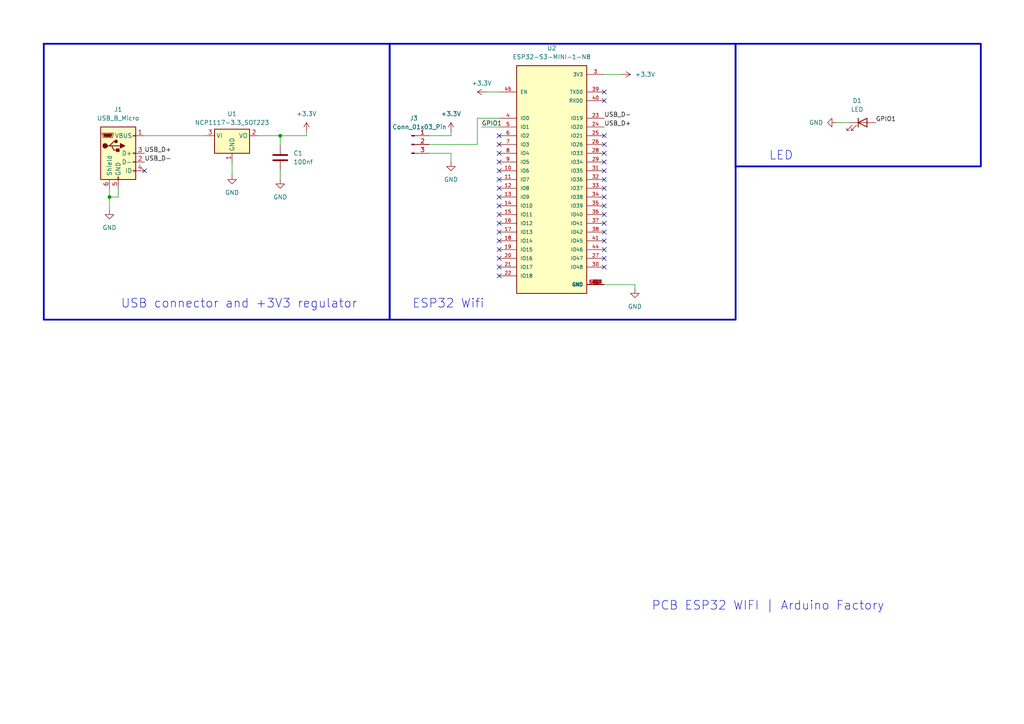
<source format=kicad_sch>
(kicad_sch
	(version 20231120)
	(generator "eeschema")
	(generator_version "8.0")
	(uuid "1bac8a9d-94b5-40e6-83a9-fb76b19d5c4b")
	(paper "A4")
	(lib_symbols
		(symbol "Connector:Conn_01x03_Pin"
			(pin_names
				(offset 1.016) hide)
			(exclude_from_sim no)
			(in_bom yes)
			(on_board yes)
			(property "Reference" "J"
				(at 0 5.08 0)
				(effects
					(font
						(size 1.27 1.27)
					)
				)
			)
			(property "Value" "Conn_01x03_Pin"
				(at 0 -5.08 0)
				(effects
					(font
						(size 1.27 1.27)
					)
				)
			)
			(property "Footprint" ""
				(at 0 0 0)
				(effects
					(font
						(size 1.27 1.27)
					)
					(hide yes)
				)
			)
			(property "Datasheet" "~"
				(at 0 0 0)
				(effects
					(font
						(size 1.27 1.27)
					)
					(hide yes)
				)
			)
			(property "Description" "Generic connector, single row, 01x03, script generated"
				(at 0 0 0)
				(effects
					(font
						(size 1.27 1.27)
					)
					(hide yes)
				)
			)
			(property "ki_locked" ""
				(at 0 0 0)
				(effects
					(font
						(size 1.27 1.27)
					)
				)
			)
			(property "ki_keywords" "connector"
				(at 0 0 0)
				(effects
					(font
						(size 1.27 1.27)
					)
					(hide yes)
				)
			)
			(property "ki_fp_filters" "Connector*:*_1x??_*"
				(at 0 0 0)
				(effects
					(font
						(size 1.27 1.27)
					)
					(hide yes)
				)
			)
			(symbol "Conn_01x03_Pin_1_1"
				(polyline
					(pts
						(xy 1.27 -2.54) (xy 0.8636 -2.54)
					)
					(stroke
						(width 0.1524)
						(type default)
					)
					(fill
						(type none)
					)
				)
				(polyline
					(pts
						(xy 1.27 0) (xy 0.8636 0)
					)
					(stroke
						(width 0.1524)
						(type default)
					)
					(fill
						(type none)
					)
				)
				(polyline
					(pts
						(xy 1.27 2.54) (xy 0.8636 2.54)
					)
					(stroke
						(width 0.1524)
						(type default)
					)
					(fill
						(type none)
					)
				)
				(rectangle
					(start 0.8636 -2.413)
					(end 0 -2.667)
					(stroke
						(width 0.1524)
						(type default)
					)
					(fill
						(type outline)
					)
				)
				(rectangle
					(start 0.8636 0.127)
					(end 0 -0.127)
					(stroke
						(width 0.1524)
						(type default)
					)
					(fill
						(type outline)
					)
				)
				(rectangle
					(start 0.8636 2.667)
					(end 0 2.413)
					(stroke
						(width 0.1524)
						(type default)
					)
					(fill
						(type outline)
					)
				)
				(pin passive line
					(at 5.08 2.54 180)
					(length 3.81)
					(name "Pin_1"
						(effects
							(font
								(size 1.27 1.27)
							)
						)
					)
					(number "1"
						(effects
							(font
								(size 1.27 1.27)
							)
						)
					)
				)
				(pin passive line
					(at 5.08 0 180)
					(length 3.81)
					(name "Pin_2"
						(effects
							(font
								(size 1.27 1.27)
							)
						)
					)
					(number "2"
						(effects
							(font
								(size 1.27 1.27)
							)
						)
					)
				)
				(pin passive line
					(at 5.08 -2.54 180)
					(length 3.81)
					(name "Pin_3"
						(effects
							(font
								(size 1.27 1.27)
							)
						)
					)
					(number "3"
						(effects
							(font
								(size 1.27 1.27)
							)
						)
					)
				)
			)
		)
		(symbol "Connector:USB_B_Micro"
			(pin_names
				(offset 1.016)
			)
			(exclude_from_sim no)
			(in_bom yes)
			(on_board yes)
			(property "Reference" "J"
				(at -5.08 11.43 0)
				(effects
					(font
						(size 1.27 1.27)
					)
					(justify left)
				)
			)
			(property "Value" "USB_B_Micro"
				(at -5.08 8.89 0)
				(effects
					(font
						(size 1.27 1.27)
					)
					(justify left)
				)
			)
			(property "Footprint" ""
				(at 3.81 -1.27 0)
				(effects
					(font
						(size 1.27 1.27)
					)
					(hide yes)
				)
			)
			(property "Datasheet" "~"
				(at 3.81 -1.27 0)
				(effects
					(font
						(size 1.27 1.27)
					)
					(hide yes)
				)
			)
			(property "Description" "USB Micro Type B connector"
				(at 0 0 0)
				(effects
					(font
						(size 1.27 1.27)
					)
					(hide yes)
				)
			)
			(property "ki_keywords" "connector USB micro"
				(at 0 0 0)
				(effects
					(font
						(size 1.27 1.27)
					)
					(hide yes)
				)
			)
			(property "ki_fp_filters" "USB*"
				(at 0 0 0)
				(effects
					(font
						(size 1.27 1.27)
					)
					(hide yes)
				)
			)
			(symbol "USB_B_Micro_0_1"
				(rectangle
					(start -5.08 -7.62)
					(end 5.08 7.62)
					(stroke
						(width 0.254)
						(type default)
					)
					(fill
						(type background)
					)
				)
				(circle
					(center -3.81 2.159)
					(radius 0.635)
					(stroke
						(width 0.254)
						(type default)
					)
					(fill
						(type outline)
					)
				)
				(circle
					(center -0.635 3.429)
					(radius 0.381)
					(stroke
						(width 0.254)
						(type default)
					)
					(fill
						(type outline)
					)
				)
				(rectangle
					(start -0.127 -7.62)
					(end 0.127 -6.858)
					(stroke
						(width 0)
						(type default)
					)
					(fill
						(type none)
					)
				)
				(polyline
					(pts
						(xy -1.905 2.159) (xy 0.635 2.159)
					)
					(stroke
						(width 0.254)
						(type default)
					)
					(fill
						(type none)
					)
				)
				(polyline
					(pts
						(xy -3.175 2.159) (xy -2.54 2.159) (xy -1.27 3.429) (xy -0.635 3.429)
					)
					(stroke
						(width 0.254)
						(type default)
					)
					(fill
						(type none)
					)
				)
				(polyline
					(pts
						(xy -2.54 2.159) (xy -1.905 2.159) (xy -1.27 0.889) (xy 0 0.889)
					)
					(stroke
						(width 0.254)
						(type default)
					)
					(fill
						(type none)
					)
				)
				(polyline
					(pts
						(xy 0.635 2.794) (xy 0.635 1.524) (xy 1.905 2.159) (xy 0.635 2.794)
					)
					(stroke
						(width 0.254)
						(type default)
					)
					(fill
						(type outline)
					)
				)
				(polyline
					(pts
						(xy -4.318 5.588) (xy -1.778 5.588) (xy -2.032 4.826) (xy -4.064 4.826) (xy -4.318 5.588)
					)
					(stroke
						(width 0)
						(type default)
					)
					(fill
						(type outline)
					)
				)
				(polyline
					(pts
						(xy -4.699 5.842) (xy -4.699 5.588) (xy -4.445 4.826) (xy -4.445 4.572) (xy -1.651 4.572) (xy -1.651 4.826)
						(xy -1.397 5.588) (xy -1.397 5.842) (xy -4.699 5.842)
					)
					(stroke
						(width 0)
						(type default)
					)
					(fill
						(type none)
					)
				)
				(rectangle
					(start 0.254 1.27)
					(end -0.508 0.508)
					(stroke
						(width 0.254)
						(type default)
					)
					(fill
						(type outline)
					)
				)
				(rectangle
					(start 5.08 -5.207)
					(end 4.318 -4.953)
					(stroke
						(width 0)
						(type default)
					)
					(fill
						(type none)
					)
				)
				(rectangle
					(start 5.08 -2.667)
					(end 4.318 -2.413)
					(stroke
						(width 0)
						(type default)
					)
					(fill
						(type none)
					)
				)
				(rectangle
					(start 5.08 -0.127)
					(end 4.318 0.127)
					(stroke
						(width 0)
						(type default)
					)
					(fill
						(type none)
					)
				)
				(rectangle
					(start 5.08 4.953)
					(end 4.318 5.207)
					(stroke
						(width 0)
						(type default)
					)
					(fill
						(type none)
					)
				)
			)
			(symbol "USB_B_Micro_1_1"
				(pin power_out line
					(at 7.62 5.08 180)
					(length 2.54)
					(name "VBUS"
						(effects
							(font
								(size 1.27 1.27)
							)
						)
					)
					(number "1"
						(effects
							(font
								(size 1.27 1.27)
							)
						)
					)
				)
				(pin bidirectional line
					(at 7.62 -2.54 180)
					(length 2.54)
					(name "D-"
						(effects
							(font
								(size 1.27 1.27)
							)
						)
					)
					(number "2"
						(effects
							(font
								(size 1.27 1.27)
							)
						)
					)
				)
				(pin bidirectional line
					(at 7.62 0 180)
					(length 2.54)
					(name "D+"
						(effects
							(font
								(size 1.27 1.27)
							)
						)
					)
					(number "3"
						(effects
							(font
								(size 1.27 1.27)
							)
						)
					)
				)
				(pin passive line
					(at 7.62 -5.08 180)
					(length 2.54)
					(name "ID"
						(effects
							(font
								(size 1.27 1.27)
							)
						)
					)
					(number "4"
						(effects
							(font
								(size 1.27 1.27)
							)
						)
					)
				)
				(pin power_out line
					(at 0 -10.16 90)
					(length 2.54)
					(name "GND"
						(effects
							(font
								(size 1.27 1.27)
							)
						)
					)
					(number "5"
						(effects
							(font
								(size 1.27 1.27)
							)
						)
					)
				)
				(pin passive line
					(at -2.54 -10.16 90)
					(length 2.54)
					(name "Shield"
						(effects
							(font
								(size 1.27 1.27)
							)
						)
					)
					(number "6"
						(effects
							(font
								(size 1.27 1.27)
							)
						)
					)
				)
			)
		)
		(symbol "Device:C"
			(pin_numbers hide)
			(pin_names
				(offset 0.254)
			)
			(exclude_from_sim no)
			(in_bom yes)
			(on_board yes)
			(property "Reference" "C"
				(at 0.635 2.54 0)
				(effects
					(font
						(size 1.27 1.27)
					)
					(justify left)
				)
			)
			(property "Value" "C"
				(at 0.635 -2.54 0)
				(effects
					(font
						(size 1.27 1.27)
					)
					(justify left)
				)
			)
			(property "Footprint" ""
				(at 0.9652 -3.81 0)
				(effects
					(font
						(size 1.27 1.27)
					)
					(hide yes)
				)
			)
			(property "Datasheet" "~"
				(at 0 0 0)
				(effects
					(font
						(size 1.27 1.27)
					)
					(hide yes)
				)
			)
			(property "Description" "Unpolarized capacitor"
				(at 0 0 0)
				(effects
					(font
						(size 1.27 1.27)
					)
					(hide yes)
				)
			)
			(property "ki_keywords" "cap capacitor"
				(at 0 0 0)
				(effects
					(font
						(size 1.27 1.27)
					)
					(hide yes)
				)
			)
			(property "ki_fp_filters" "C_*"
				(at 0 0 0)
				(effects
					(font
						(size 1.27 1.27)
					)
					(hide yes)
				)
			)
			(symbol "C_0_1"
				(polyline
					(pts
						(xy -2.032 -0.762) (xy 2.032 -0.762)
					)
					(stroke
						(width 0.508)
						(type default)
					)
					(fill
						(type none)
					)
				)
				(polyline
					(pts
						(xy -2.032 0.762) (xy 2.032 0.762)
					)
					(stroke
						(width 0.508)
						(type default)
					)
					(fill
						(type none)
					)
				)
			)
			(symbol "C_1_1"
				(pin passive line
					(at 0 3.81 270)
					(length 2.794)
					(name "~"
						(effects
							(font
								(size 1.27 1.27)
							)
						)
					)
					(number "1"
						(effects
							(font
								(size 1.27 1.27)
							)
						)
					)
				)
				(pin passive line
					(at 0 -3.81 90)
					(length 2.794)
					(name "~"
						(effects
							(font
								(size 1.27 1.27)
							)
						)
					)
					(number "2"
						(effects
							(font
								(size 1.27 1.27)
							)
						)
					)
				)
			)
		)
		(symbol "Device:LED"
			(pin_numbers hide)
			(pin_names
				(offset 1.016) hide)
			(exclude_from_sim no)
			(in_bom yes)
			(on_board yes)
			(property "Reference" "D"
				(at 0 2.54 0)
				(effects
					(font
						(size 1.27 1.27)
					)
				)
			)
			(property "Value" "LED"
				(at 0 -2.54 0)
				(effects
					(font
						(size 1.27 1.27)
					)
				)
			)
			(property "Footprint" ""
				(at 0 0 0)
				(effects
					(font
						(size 1.27 1.27)
					)
					(hide yes)
				)
			)
			(property "Datasheet" "~"
				(at 0 0 0)
				(effects
					(font
						(size 1.27 1.27)
					)
					(hide yes)
				)
			)
			(property "Description" "Light emitting diode"
				(at 0 0 0)
				(effects
					(font
						(size 1.27 1.27)
					)
					(hide yes)
				)
			)
			(property "ki_keywords" "LED diode"
				(at 0 0 0)
				(effects
					(font
						(size 1.27 1.27)
					)
					(hide yes)
				)
			)
			(property "ki_fp_filters" "LED* LED_SMD:* LED_THT:*"
				(at 0 0 0)
				(effects
					(font
						(size 1.27 1.27)
					)
					(hide yes)
				)
			)
			(symbol "LED_0_1"
				(polyline
					(pts
						(xy -1.27 -1.27) (xy -1.27 1.27)
					)
					(stroke
						(width 0.254)
						(type default)
					)
					(fill
						(type none)
					)
				)
				(polyline
					(pts
						(xy -1.27 0) (xy 1.27 0)
					)
					(stroke
						(width 0)
						(type default)
					)
					(fill
						(type none)
					)
				)
				(polyline
					(pts
						(xy 1.27 -1.27) (xy 1.27 1.27) (xy -1.27 0) (xy 1.27 -1.27)
					)
					(stroke
						(width 0.254)
						(type default)
					)
					(fill
						(type none)
					)
				)
				(polyline
					(pts
						(xy -3.048 -0.762) (xy -4.572 -2.286) (xy -3.81 -2.286) (xy -4.572 -2.286) (xy -4.572 -1.524)
					)
					(stroke
						(width 0)
						(type default)
					)
					(fill
						(type none)
					)
				)
				(polyline
					(pts
						(xy -1.778 -0.762) (xy -3.302 -2.286) (xy -2.54 -2.286) (xy -3.302 -2.286) (xy -3.302 -1.524)
					)
					(stroke
						(width 0)
						(type default)
					)
					(fill
						(type none)
					)
				)
			)
			(symbol "LED_1_1"
				(pin passive line
					(at -3.81 0 0)
					(length 2.54)
					(name "K"
						(effects
							(font
								(size 1.27 1.27)
							)
						)
					)
					(number "1"
						(effects
							(font
								(size 1.27 1.27)
							)
						)
					)
				)
				(pin passive line
					(at 3.81 0 180)
					(length 2.54)
					(name "A"
						(effects
							(font
								(size 1.27 1.27)
							)
						)
					)
					(number "2"
						(effects
							(font
								(size 1.27 1.27)
							)
						)
					)
				)
			)
		)
		(symbol "ESP32-S3-MINI-1-N8:ESP32-S3-MINI-1-N8"
			(pin_names
				(offset 1.016)
			)
			(exclude_from_sim no)
			(in_bom yes)
			(on_board yes)
			(property "Reference" "U"
				(at -10.16 34.29 0)
				(effects
					(font
						(size 1.27 1.27)
					)
					(justify left bottom)
				)
			)
			(property "Value" "ESP32-S3-MINI-1-N8"
				(at -10.16 -35.56 0)
				(effects
					(font
						(size 1.27 1.27)
					)
					(justify left bottom)
				)
			)
			(property "Footprint" "ESP32-S3-MINI-1-N8:XCVR_ESP32-S3-MINI-1-N8"
				(at 0 0 0)
				(effects
					(font
						(size 1.27 1.27)
					)
					(justify bottom)
					(hide yes)
				)
			)
			(property "Datasheet" ""
				(at 0 0 0)
				(effects
					(font
						(size 1.27 1.27)
					)
					(hide yes)
				)
			)
			(property "Description" ""
				(at 0 0 0)
				(effects
					(font
						(size 1.27 1.27)
					)
					(hide yes)
				)
			)
			(property "MF" "Espressif Systems"
				(at 0 0 0)
				(effects
					(font
						(size 1.27 1.27)
					)
					(justify bottom)
					(hide yes)
				)
			)
			(property "MAXIMUM_PACKAGE_HEIGHT" "2.55mm"
				(at 0 0 0)
				(effects
					(font
						(size 1.27 1.27)
					)
					(justify bottom)
					(hide yes)
				)
			)
			(property "Package" "None"
				(at 0 0 0)
				(effects
					(font
						(size 1.27 1.27)
					)
					(justify bottom)
					(hide yes)
				)
			)
			(property "Price" "None"
				(at 0 0 0)
				(effects
					(font
						(size 1.27 1.27)
					)
					(justify bottom)
					(hide yes)
				)
			)
			(property "Check_prices" "https://www.snapeda.com/parts/ESP32-S3-MINI-1-N8/Espressif+Systems/view-part/?ref=eda"
				(at 0 0 0)
				(effects
					(font
						(size 1.27 1.27)
					)
					(justify bottom)
					(hide yes)
				)
			)
			(property "STANDARD" "Manufacturer Recommendations"
				(at 0 0 0)
				(effects
					(font
						(size 1.27 1.27)
					)
					(justify bottom)
					(hide yes)
				)
			)
			(property "PARTREV" "v0.6"
				(at 0 0 0)
				(effects
					(font
						(size 1.27 1.27)
					)
					(justify bottom)
					(hide yes)
				)
			)
			(property "SnapEDA_Link" "https://www.snapeda.com/parts/ESP32-S3-MINI-1-N8/Espressif+Systems/view-part/?ref=snap"
				(at 0 0 0)
				(effects
					(font
						(size 1.27 1.27)
					)
					(justify bottom)
					(hide yes)
				)
			)
			(property "MP" "ESP32-S3-MINI-1-N8"
				(at 0 0 0)
				(effects
					(font
						(size 1.27 1.27)
					)
					(justify bottom)
					(hide yes)
				)
			)
			(property "Description_1" "\n                        \n                            Bluetooth, WiFi 802.11b/g/n, Bluetooth v5.0 Transceiver Module 2.4GHz PCB Trace Surface Mount\n                        \n"
				(at 0 0 0)
				(effects
					(font
						(size 1.27 1.27)
					)
					(justify bottom)
					(hide yes)
				)
			)
			(property "Availability" "In Stock"
				(at 0 0 0)
				(effects
					(font
						(size 1.27 1.27)
					)
					(justify bottom)
					(hide yes)
				)
			)
			(property "MANUFACTURER" "Espressif"
				(at 0 0 0)
				(effects
					(font
						(size 1.27 1.27)
					)
					(justify bottom)
					(hide yes)
				)
			)
			(symbol "ESP32-S3-MINI-1-N8_0_0"
				(rectangle
					(start -10.16 -33.02)
					(end 10.16 33.02)
					(stroke
						(width 0.254)
						(type default)
					)
					(fill
						(type background)
					)
				)
				(pin power_in line
					(at 15.24 -30.48 180)
					(length 5.08)
					(name "GND"
						(effects
							(font
								(size 1.016 1.016)
							)
						)
					)
					(number "1"
						(effects
							(font
								(size 1.016 1.016)
							)
						)
					)
				)
				(pin bidirectional line
					(at -15.24 2.54 0)
					(length 5.08)
					(name "IO6"
						(effects
							(font
								(size 1.016 1.016)
							)
						)
					)
					(number "10"
						(effects
							(font
								(size 1.016 1.016)
							)
						)
					)
				)
				(pin bidirectional line
					(at -15.24 0 0)
					(length 5.08)
					(name "IO7"
						(effects
							(font
								(size 1.016 1.016)
							)
						)
					)
					(number "11"
						(effects
							(font
								(size 1.016 1.016)
							)
						)
					)
				)
				(pin bidirectional line
					(at -15.24 -2.54 0)
					(length 5.08)
					(name "IO8"
						(effects
							(font
								(size 1.016 1.016)
							)
						)
					)
					(number "12"
						(effects
							(font
								(size 1.016 1.016)
							)
						)
					)
				)
				(pin bidirectional line
					(at -15.24 -5.08 0)
					(length 5.08)
					(name "IO9"
						(effects
							(font
								(size 1.016 1.016)
							)
						)
					)
					(number "13"
						(effects
							(font
								(size 1.016 1.016)
							)
						)
					)
				)
				(pin bidirectional line
					(at -15.24 -7.62 0)
					(length 5.08)
					(name "IO10"
						(effects
							(font
								(size 1.016 1.016)
							)
						)
					)
					(number "14"
						(effects
							(font
								(size 1.016 1.016)
							)
						)
					)
				)
				(pin bidirectional line
					(at -15.24 -10.16 0)
					(length 5.08)
					(name "IO11"
						(effects
							(font
								(size 1.016 1.016)
							)
						)
					)
					(number "15"
						(effects
							(font
								(size 1.016 1.016)
							)
						)
					)
				)
				(pin bidirectional line
					(at -15.24 -12.7 0)
					(length 5.08)
					(name "IO12"
						(effects
							(font
								(size 1.016 1.016)
							)
						)
					)
					(number "16"
						(effects
							(font
								(size 1.016 1.016)
							)
						)
					)
				)
				(pin bidirectional line
					(at -15.24 -15.24 0)
					(length 5.08)
					(name "IO13"
						(effects
							(font
								(size 1.016 1.016)
							)
						)
					)
					(number "17"
						(effects
							(font
								(size 1.016 1.016)
							)
						)
					)
				)
				(pin bidirectional line
					(at -15.24 -17.78 0)
					(length 5.08)
					(name "IO14"
						(effects
							(font
								(size 1.016 1.016)
							)
						)
					)
					(number "18"
						(effects
							(font
								(size 1.016 1.016)
							)
						)
					)
				)
				(pin bidirectional line
					(at -15.24 -20.32 0)
					(length 5.08)
					(name "IO15"
						(effects
							(font
								(size 1.016 1.016)
							)
						)
					)
					(number "19"
						(effects
							(font
								(size 1.016 1.016)
							)
						)
					)
				)
				(pin power_in line
					(at 15.24 -30.48 180)
					(length 5.08)
					(name "GND"
						(effects
							(font
								(size 1.016 1.016)
							)
						)
					)
					(number "2"
						(effects
							(font
								(size 1.016 1.016)
							)
						)
					)
				)
				(pin bidirectional line
					(at -15.24 -22.86 0)
					(length 5.08)
					(name "IO16"
						(effects
							(font
								(size 1.016 1.016)
							)
						)
					)
					(number "20"
						(effects
							(font
								(size 1.016 1.016)
							)
						)
					)
				)
				(pin bidirectional line
					(at -15.24 -25.4 0)
					(length 5.08)
					(name "IO17"
						(effects
							(font
								(size 1.016 1.016)
							)
						)
					)
					(number "21"
						(effects
							(font
								(size 1.016 1.016)
							)
						)
					)
				)
				(pin bidirectional line
					(at -15.24 -27.94 0)
					(length 5.08)
					(name "IO18"
						(effects
							(font
								(size 1.016 1.016)
							)
						)
					)
					(number "22"
						(effects
							(font
								(size 1.016 1.016)
							)
						)
					)
				)
				(pin bidirectional line
					(at 15.24 17.78 180)
					(length 5.08)
					(name "IO19"
						(effects
							(font
								(size 1.016 1.016)
							)
						)
					)
					(number "23"
						(effects
							(font
								(size 1.016 1.016)
							)
						)
					)
				)
				(pin bidirectional line
					(at 15.24 15.24 180)
					(length 5.08)
					(name "IO20"
						(effects
							(font
								(size 1.016 1.016)
							)
						)
					)
					(number "24"
						(effects
							(font
								(size 1.016 1.016)
							)
						)
					)
				)
				(pin bidirectional line
					(at 15.24 12.7 180)
					(length 5.08)
					(name "IO21"
						(effects
							(font
								(size 1.016 1.016)
							)
						)
					)
					(number "25"
						(effects
							(font
								(size 1.016 1.016)
							)
						)
					)
				)
				(pin bidirectional line
					(at 15.24 10.16 180)
					(length 5.08)
					(name "IO26"
						(effects
							(font
								(size 1.016 1.016)
							)
						)
					)
					(number "26"
						(effects
							(font
								(size 1.016 1.016)
							)
						)
					)
				)
				(pin bidirectional line
					(at 15.24 -22.86 180)
					(length 5.08)
					(name "IO47"
						(effects
							(font
								(size 1.016 1.016)
							)
						)
					)
					(number "27"
						(effects
							(font
								(size 1.016 1.016)
							)
						)
					)
				)
				(pin bidirectional line
					(at 15.24 7.62 180)
					(length 5.08)
					(name "IO33"
						(effects
							(font
								(size 1.016 1.016)
							)
						)
					)
					(number "28"
						(effects
							(font
								(size 1.016 1.016)
							)
						)
					)
				)
				(pin bidirectional line
					(at 15.24 5.08 180)
					(length 5.08)
					(name "IO34"
						(effects
							(font
								(size 1.016 1.016)
							)
						)
					)
					(number "29"
						(effects
							(font
								(size 1.016 1.016)
							)
						)
					)
				)
				(pin power_in line
					(at 15.24 30.48 180)
					(length 5.08)
					(name "3V3"
						(effects
							(font
								(size 1.016 1.016)
							)
						)
					)
					(number "3"
						(effects
							(font
								(size 1.016 1.016)
							)
						)
					)
				)
				(pin bidirectional line
					(at 15.24 -25.4 180)
					(length 5.08)
					(name "IO48"
						(effects
							(font
								(size 1.016 1.016)
							)
						)
					)
					(number "30"
						(effects
							(font
								(size 1.016 1.016)
							)
						)
					)
				)
				(pin bidirectional line
					(at 15.24 2.54 180)
					(length 5.08)
					(name "IO35"
						(effects
							(font
								(size 1.016 1.016)
							)
						)
					)
					(number "31"
						(effects
							(font
								(size 1.016 1.016)
							)
						)
					)
				)
				(pin bidirectional line
					(at 15.24 0 180)
					(length 5.08)
					(name "IO36"
						(effects
							(font
								(size 1.016 1.016)
							)
						)
					)
					(number "32"
						(effects
							(font
								(size 1.016 1.016)
							)
						)
					)
				)
				(pin bidirectional line
					(at 15.24 -2.54 180)
					(length 5.08)
					(name "IO37"
						(effects
							(font
								(size 1.016 1.016)
							)
						)
					)
					(number "33"
						(effects
							(font
								(size 1.016 1.016)
							)
						)
					)
				)
				(pin bidirectional line
					(at 15.24 -5.08 180)
					(length 5.08)
					(name "IO38"
						(effects
							(font
								(size 1.016 1.016)
							)
						)
					)
					(number "34"
						(effects
							(font
								(size 1.016 1.016)
							)
						)
					)
				)
				(pin bidirectional line
					(at 15.24 -7.62 180)
					(length 5.08)
					(name "IO39"
						(effects
							(font
								(size 1.016 1.016)
							)
						)
					)
					(number "35"
						(effects
							(font
								(size 1.016 1.016)
							)
						)
					)
				)
				(pin bidirectional line
					(at 15.24 -10.16 180)
					(length 5.08)
					(name "IO40"
						(effects
							(font
								(size 1.016 1.016)
							)
						)
					)
					(number "36"
						(effects
							(font
								(size 1.016 1.016)
							)
						)
					)
				)
				(pin bidirectional line
					(at 15.24 -12.7 180)
					(length 5.08)
					(name "IO41"
						(effects
							(font
								(size 1.016 1.016)
							)
						)
					)
					(number "37"
						(effects
							(font
								(size 1.016 1.016)
							)
						)
					)
				)
				(pin bidirectional line
					(at 15.24 -15.24 180)
					(length 5.08)
					(name "IO42"
						(effects
							(font
								(size 1.016 1.016)
							)
						)
					)
					(number "38"
						(effects
							(font
								(size 1.016 1.016)
							)
						)
					)
				)
				(pin bidirectional line
					(at 15.24 25.4 180)
					(length 5.08)
					(name "TXD0"
						(effects
							(font
								(size 1.016 1.016)
							)
						)
					)
					(number "39"
						(effects
							(font
								(size 1.016 1.016)
							)
						)
					)
				)
				(pin bidirectional line
					(at -15.24 17.78 0)
					(length 5.08)
					(name "IO0"
						(effects
							(font
								(size 1.016 1.016)
							)
						)
					)
					(number "4"
						(effects
							(font
								(size 1.016 1.016)
							)
						)
					)
				)
				(pin bidirectional line
					(at 15.24 22.86 180)
					(length 5.08)
					(name "RXD0"
						(effects
							(font
								(size 1.016 1.016)
							)
						)
					)
					(number "40"
						(effects
							(font
								(size 1.016 1.016)
							)
						)
					)
				)
				(pin bidirectional line
					(at 15.24 -17.78 180)
					(length 5.08)
					(name "IO45"
						(effects
							(font
								(size 1.016 1.016)
							)
						)
					)
					(number "41"
						(effects
							(font
								(size 1.016 1.016)
							)
						)
					)
				)
				(pin power_in line
					(at 15.24 -30.48 180)
					(length 5.08)
					(name "GND"
						(effects
							(font
								(size 1.016 1.016)
							)
						)
					)
					(number "42"
						(effects
							(font
								(size 1.016 1.016)
							)
						)
					)
				)
				(pin power_in line
					(at 15.24 -30.48 180)
					(length 5.08)
					(name "GND"
						(effects
							(font
								(size 1.016 1.016)
							)
						)
					)
					(number "43"
						(effects
							(font
								(size 1.016 1.016)
							)
						)
					)
				)
				(pin bidirectional line
					(at 15.24 -20.32 180)
					(length 5.08)
					(name "IO46"
						(effects
							(font
								(size 1.016 1.016)
							)
						)
					)
					(number "44"
						(effects
							(font
								(size 1.016 1.016)
							)
						)
					)
				)
				(pin input line
					(at -15.24 25.4 0)
					(length 5.08)
					(name "EN"
						(effects
							(font
								(size 1.016 1.016)
							)
						)
					)
					(number "45"
						(effects
							(font
								(size 1.016 1.016)
							)
						)
					)
				)
				(pin power_in line
					(at 15.24 -30.48 180)
					(length 5.08)
					(name "GND"
						(effects
							(font
								(size 1.016 1.016)
							)
						)
					)
					(number "46"
						(effects
							(font
								(size 1.016 1.016)
							)
						)
					)
				)
				(pin power_in line
					(at 15.24 -30.48 180)
					(length 5.08)
					(name "GND"
						(effects
							(font
								(size 1.016 1.016)
							)
						)
					)
					(number "47"
						(effects
							(font
								(size 1.016 1.016)
							)
						)
					)
				)
				(pin power_in line
					(at 15.24 -30.48 180)
					(length 5.08)
					(name "GND"
						(effects
							(font
								(size 1.016 1.016)
							)
						)
					)
					(number "48"
						(effects
							(font
								(size 1.016 1.016)
							)
						)
					)
				)
				(pin power_in line
					(at 15.24 -30.48 180)
					(length 5.08)
					(name "GND"
						(effects
							(font
								(size 1.016 1.016)
							)
						)
					)
					(number "49"
						(effects
							(font
								(size 1.016 1.016)
							)
						)
					)
				)
				(pin bidirectional line
					(at -15.24 15.24 0)
					(length 5.08)
					(name "IO1"
						(effects
							(font
								(size 1.016 1.016)
							)
						)
					)
					(number "5"
						(effects
							(font
								(size 1.016 1.016)
							)
						)
					)
				)
				(pin power_in line
					(at 15.24 -30.48 180)
					(length 5.08)
					(name "GND"
						(effects
							(font
								(size 1.016 1.016)
							)
						)
					)
					(number "50"
						(effects
							(font
								(size 1.016 1.016)
							)
						)
					)
				)
				(pin power_in line
					(at 15.24 -30.48 180)
					(length 5.08)
					(name "GND"
						(effects
							(font
								(size 1.016 1.016)
							)
						)
					)
					(number "51"
						(effects
							(font
								(size 1.016 1.016)
							)
						)
					)
				)
				(pin power_in line
					(at 15.24 -30.48 180)
					(length 5.08)
					(name "GND"
						(effects
							(font
								(size 1.016 1.016)
							)
						)
					)
					(number "52"
						(effects
							(font
								(size 1.016 1.016)
							)
						)
					)
				)
				(pin power_in line
					(at 15.24 -30.48 180)
					(length 5.08)
					(name "GND"
						(effects
							(font
								(size 1.016 1.016)
							)
						)
					)
					(number "53"
						(effects
							(font
								(size 1.016 1.016)
							)
						)
					)
				)
				(pin power_in line
					(at 15.24 -30.48 180)
					(length 5.08)
					(name "GND"
						(effects
							(font
								(size 1.016 1.016)
							)
						)
					)
					(number "54"
						(effects
							(font
								(size 1.016 1.016)
							)
						)
					)
				)
				(pin power_in line
					(at 15.24 -30.48 180)
					(length 5.08)
					(name "GND"
						(effects
							(font
								(size 1.016 1.016)
							)
						)
					)
					(number "55"
						(effects
							(font
								(size 1.016 1.016)
							)
						)
					)
				)
				(pin power_in line
					(at 15.24 -30.48 180)
					(length 5.08)
					(name "GND"
						(effects
							(font
								(size 1.016 1.016)
							)
						)
					)
					(number "56"
						(effects
							(font
								(size 1.016 1.016)
							)
						)
					)
				)
				(pin power_in line
					(at 15.24 -30.48 180)
					(length 5.08)
					(name "GND"
						(effects
							(font
								(size 1.016 1.016)
							)
						)
					)
					(number "57"
						(effects
							(font
								(size 1.016 1.016)
							)
						)
					)
				)
				(pin power_in line
					(at 15.24 -30.48 180)
					(length 5.08)
					(name "GND"
						(effects
							(font
								(size 1.016 1.016)
							)
						)
					)
					(number "58"
						(effects
							(font
								(size 1.016 1.016)
							)
						)
					)
				)
				(pin power_in line
					(at 15.24 -30.48 180)
					(length 5.08)
					(name "GND"
						(effects
							(font
								(size 1.016 1.016)
							)
						)
					)
					(number "59"
						(effects
							(font
								(size 1.016 1.016)
							)
						)
					)
				)
				(pin bidirectional line
					(at -15.24 12.7 0)
					(length 5.08)
					(name "IO2"
						(effects
							(font
								(size 1.016 1.016)
							)
						)
					)
					(number "6"
						(effects
							(font
								(size 1.016 1.016)
							)
						)
					)
				)
				(pin power_in line
					(at 15.24 -30.48 180)
					(length 5.08)
					(name "GND"
						(effects
							(font
								(size 1.016 1.016)
							)
						)
					)
					(number "60"
						(effects
							(font
								(size 1.016 1.016)
							)
						)
					)
				)
				(pin power_in line
					(at 15.24 -30.48 180)
					(length 5.08)
					(name "GND"
						(effects
							(font
								(size 1.016 1.016)
							)
						)
					)
					(number "61"
						(effects
							(font
								(size 1.016 1.016)
							)
						)
					)
				)
				(pin power_in line
					(at 15.24 -30.48 180)
					(length 5.08)
					(name "GND"
						(effects
							(font
								(size 1.016 1.016)
							)
						)
					)
					(number "61_1"
						(effects
							(font
								(size 1.016 1.016)
							)
						)
					)
				)
				(pin power_in line
					(at 15.24 -30.48 180)
					(length 5.08)
					(name "GND"
						(effects
							(font
								(size 1.016 1.016)
							)
						)
					)
					(number "61_2"
						(effects
							(font
								(size 1.016 1.016)
							)
						)
					)
				)
				(pin power_in line
					(at 15.24 -30.48 180)
					(length 5.08)
					(name "GND"
						(effects
							(font
								(size 1.016 1.016)
							)
						)
					)
					(number "61_3"
						(effects
							(font
								(size 1.016 1.016)
							)
						)
					)
				)
				(pin power_in line
					(at 15.24 -30.48 180)
					(length 5.08)
					(name "GND"
						(effects
							(font
								(size 1.016 1.016)
							)
						)
					)
					(number "61_4"
						(effects
							(font
								(size 1.016 1.016)
							)
						)
					)
				)
				(pin power_in line
					(at 15.24 -30.48 180)
					(length 5.08)
					(name "GND"
						(effects
							(font
								(size 1.016 1.016)
							)
						)
					)
					(number "61_5"
						(effects
							(font
								(size 1.016 1.016)
							)
						)
					)
				)
				(pin power_in line
					(at 15.24 -30.48 180)
					(length 5.08)
					(name "GND"
						(effects
							(font
								(size 1.016 1.016)
							)
						)
					)
					(number "61_6"
						(effects
							(font
								(size 1.016 1.016)
							)
						)
					)
				)
				(pin power_in line
					(at 15.24 -30.48 180)
					(length 5.08)
					(name "GND"
						(effects
							(font
								(size 1.016 1.016)
							)
						)
					)
					(number "61_7"
						(effects
							(font
								(size 1.016 1.016)
							)
						)
					)
				)
				(pin power_in line
					(at 15.24 -30.48 180)
					(length 5.08)
					(name "GND"
						(effects
							(font
								(size 1.016 1.016)
							)
						)
					)
					(number "61_8"
						(effects
							(font
								(size 1.016 1.016)
							)
						)
					)
				)
				(pin power_in line
					(at 15.24 -30.48 180)
					(length 5.08)
					(name "GND"
						(effects
							(font
								(size 1.016 1.016)
							)
						)
					)
					(number "62"
						(effects
							(font
								(size 1.016 1.016)
							)
						)
					)
				)
				(pin power_in line
					(at 15.24 -30.48 180)
					(length 5.08)
					(name "GND"
						(effects
							(font
								(size 1.016 1.016)
							)
						)
					)
					(number "63"
						(effects
							(font
								(size 1.016 1.016)
							)
						)
					)
				)
				(pin power_in line
					(at 15.24 -30.48 180)
					(length 5.08)
					(name "GND"
						(effects
							(font
								(size 1.016 1.016)
							)
						)
					)
					(number "64"
						(effects
							(font
								(size 1.016 1.016)
							)
						)
					)
				)
				(pin power_in line
					(at 15.24 -30.48 180)
					(length 5.08)
					(name "GND"
						(effects
							(font
								(size 1.016 1.016)
							)
						)
					)
					(number "65"
						(effects
							(font
								(size 1.016 1.016)
							)
						)
					)
				)
				(pin bidirectional line
					(at -15.24 10.16 0)
					(length 5.08)
					(name "IO3"
						(effects
							(font
								(size 1.016 1.016)
							)
						)
					)
					(number "7"
						(effects
							(font
								(size 1.016 1.016)
							)
						)
					)
				)
				(pin bidirectional line
					(at -15.24 7.62 0)
					(length 5.08)
					(name "IO4"
						(effects
							(font
								(size 1.016 1.016)
							)
						)
					)
					(number "8"
						(effects
							(font
								(size 1.016 1.016)
							)
						)
					)
				)
				(pin bidirectional line
					(at -15.24 5.08 0)
					(length 5.08)
					(name "IO5"
						(effects
							(font
								(size 1.016 1.016)
							)
						)
					)
					(number "9"
						(effects
							(font
								(size 1.016 1.016)
							)
						)
					)
				)
			)
		)
		(symbol "Regulator_Linear:NCP1117-3.3_SOT223"
			(exclude_from_sim no)
			(in_bom yes)
			(on_board yes)
			(property "Reference" "U"
				(at -3.81 3.175 0)
				(effects
					(font
						(size 1.27 1.27)
					)
				)
			)
			(property "Value" "NCP1117-3.3_SOT223"
				(at 0 3.175 0)
				(effects
					(font
						(size 1.27 1.27)
					)
					(justify left)
				)
			)
			(property "Footprint" "Package_TO_SOT_SMD:SOT-223-3_TabPin2"
				(at 0 5.08 0)
				(effects
					(font
						(size 1.27 1.27)
					)
					(hide yes)
				)
			)
			(property "Datasheet" "http://www.onsemi.com/pub_link/Collateral/NCP1117-D.PDF"
				(at 2.54 -6.35 0)
				(effects
					(font
						(size 1.27 1.27)
					)
					(hide yes)
				)
			)
			(property "Description" "1A Low drop-out regulator, Fixed Output 3.3V, SOT-223"
				(at 0 0 0)
				(effects
					(font
						(size 1.27 1.27)
					)
					(hide yes)
				)
			)
			(property "ki_keywords" "REGULATOR LDO 3.3V"
				(at 0 0 0)
				(effects
					(font
						(size 1.27 1.27)
					)
					(hide yes)
				)
			)
			(property "ki_fp_filters" "SOT?223*TabPin2*"
				(at 0 0 0)
				(effects
					(font
						(size 1.27 1.27)
					)
					(hide yes)
				)
			)
			(symbol "NCP1117-3.3_SOT223_0_1"
				(rectangle
					(start -5.08 -5.08)
					(end 5.08 1.905)
					(stroke
						(width 0.254)
						(type default)
					)
					(fill
						(type background)
					)
				)
			)
			(symbol "NCP1117-3.3_SOT223_1_1"
				(pin power_in line
					(at 0 -7.62 90)
					(length 2.54)
					(name "GND"
						(effects
							(font
								(size 1.27 1.27)
							)
						)
					)
					(number "1"
						(effects
							(font
								(size 1.27 1.27)
							)
						)
					)
				)
				(pin power_out line
					(at 7.62 0 180)
					(length 2.54)
					(name "VO"
						(effects
							(font
								(size 1.27 1.27)
							)
						)
					)
					(number "2"
						(effects
							(font
								(size 1.27 1.27)
							)
						)
					)
				)
				(pin power_in line
					(at -7.62 0 0)
					(length 2.54)
					(name "VI"
						(effects
							(font
								(size 1.27 1.27)
							)
						)
					)
					(number "3"
						(effects
							(font
								(size 1.27 1.27)
							)
						)
					)
				)
			)
		)
		(symbol "power:+3.3V"
			(power)
			(pin_numbers hide)
			(pin_names
				(offset 0) hide)
			(exclude_from_sim no)
			(in_bom yes)
			(on_board yes)
			(property "Reference" "#PWR"
				(at 0 -3.81 0)
				(effects
					(font
						(size 1.27 1.27)
					)
					(hide yes)
				)
			)
			(property "Value" "+3.3V"
				(at 0 3.556 0)
				(effects
					(font
						(size 1.27 1.27)
					)
				)
			)
			(property "Footprint" ""
				(at 0 0 0)
				(effects
					(font
						(size 1.27 1.27)
					)
					(hide yes)
				)
			)
			(property "Datasheet" ""
				(at 0 0 0)
				(effects
					(font
						(size 1.27 1.27)
					)
					(hide yes)
				)
			)
			(property "Description" "Power symbol creates a global label with name \"+3.3V\""
				(at 0 0 0)
				(effects
					(font
						(size 1.27 1.27)
					)
					(hide yes)
				)
			)
			(property "ki_keywords" "global power"
				(at 0 0 0)
				(effects
					(font
						(size 1.27 1.27)
					)
					(hide yes)
				)
			)
			(symbol "+3.3V_0_1"
				(polyline
					(pts
						(xy -0.762 1.27) (xy 0 2.54)
					)
					(stroke
						(width 0)
						(type default)
					)
					(fill
						(type none)
					)
				)
				(polyline
					(pts
						(xy 0 0) (xy 0 2.54)
					)
					(stroke
						(width 0)
						(type default)
					)
					(fill
						(type none)
					)
				)
				(polyline
					(pts
						(xy 0 2.54) (xy 0.762 1.27)
					)
					(stroke
						(width 0)
						(type default)
					)
					(fill
						(type none)
					)
				)
			)
			(symbol "+3.3V_1_1"
				(pin power_in line
					(at 0 0 90)
					(length 0)
					(name "~"
						(effects
							(font
								(size 1.27 1.27)
							)
						)
					)
					(number "1"
						(effects
							(font
								(size 1.27 1.27)
							)
						)
					)
				)
			)
		)
		(symbol "power:GND"
			(power)
			(pin_numbers hide)
			(pin_names
				(offset 0) hide)
			(exclude_from_sim no)
			(in_bom yes)
			(on_board yes)
			(property "Reference" "#PWR"
				(at 0 -6.35 0)
				(effects
					(font
						(size 1.27 1.27)
					)
					(hide yes)
				)
			)
			(property "Value" "GND"
				(at 0 -3.81 0)
				(effects
					(font
						(size 1.27 1.27)
					)
				)
			)
			(property "Footprint" ""
				(at 0 0 0)
				(effects
					(font
						(size 1.27 1.27)
					)
					(hide yes)
				)
			)
			(property "Datasheet" ""
				(at 0 0 0)
				(effects
					(font
						(size 1.27 1.27)
					)
					(hide yes)
				)
			)
			(property "Description" "Power symbol creates a global label with name \"GND\" , ground"
				(at 0 0 0)
				(effects
					(font
						(size 1.27 1.27)
					)
					(hide yes)
				)
			)
			(property "ki_keywords" "global power"
				(at 0 0 0)
				(effects
					(font
						(size 1.27 1.27)
					)
					(hide yes)
				)
			)
			(symbol "GND_0_1"
				(polyline
					(pts
						(xy 0 0) (xy 0 -1.27) (xy 1.27 -1.27) (xy 0 -2.54) (xy -1.27 -1.27) (xy 0 -1.27)
					)
					(stroke
						(width 0)
						(type default)
					)
					(fill
						(type none)
					)
				)
			)
			(symbol "GND_1_1"
				(pin power_in line
					(at 0 0 270)
					(length 0)
					(name "~"
						(effects
							(font
								(size 1.27 1.27)
							)
						)
					)
					(number "1"
						(effects
							(font
								(size 1.27 1.27)
							)
						)
					)
				)
			)
		)
	)
	(junction
		(at 31.75 57.15)
		(diameter 0)
		(color 0 0 0 0)
		(uuid "0d8865ca-f3f5-442e-bed5-5e4806f4e4e8")
	)
	(junction
		(at 81.28 39.37)
		(diameter 0)
		(color 0 0 0 0)
		(uuid "e1acc5c1-aba8-4b1d-a3c3-c53ba6781939")
	)
	(no_connect
		(at 144.78 67.31)
		(uuid "091c1ae9-e0b3-43b6-98b6-d79c3d4279d0")
	)
	(no_connect
		(at 144.78 64.77)
		(uuid "16ea4f5f-621f-4485-98e1-519e090c2384")
	)
	(no_connect
		(at 175.26 41.91)
		(uuid "1e8bd99d-eea6-48be-b97f-53b0c49591d5")
	)
	(no_connect
		(at 144.78 54.61)
		(uuid "212d15a0-0c9d-415e-9d34-f1449fb32cdc")
	)
	(no_connect
		(at 175.26 49.53)
		(uuid "3377cc8d-f5f1-4525-a188-6059cc0854bf")
	)
	(no_connect
		(at 175.26 67.31)
		(uuid "396577aa-9011-420e-9b90-1fd3a686bbed")
	)
	(no_connect
		(at 175.26 69.85)
		(uuid "3e8caa12-2530-466f-950c-ca73f940605c")
	)
	(no_connect
		(at 144.78 59.69)
		(uuid "3fa860cf-597f-4cea-8f96-274f34456b22")
	)
	(no_connect
		(at 175.26 44.45)
		(uuid "450f95b3-3e34-40b5-8eaf-c295191df132")
	)
	(no_connect
		(at 144.78 49.53)
		(uuid "45ee7fbf-9e2b-4900-8d1f-2796c29c44c2")
	)
	(no_connect
		(at 175.26 77.47)
		(uuid "596ab855-cbce-4e86-9456-57034fb539d9")
	)
	(no_connect
		(at 175.26 54.61)
		(uuid "5c1888cc-448a-4d9f-aae0-2533fae74f1f")
	)
	(no_connect
		(at 144.78 46.99)
		(uuid "5ccfb3ee-da16-4447-a29b-4a349236f218")
	)
	(no_connect
		(at 175.26 62.23)
		(uuid "64723001-6605-45e2-9b19-3e2f04149622")
	)
	(no_connect
		(at 144.78 39.37)
		(uuid "6a6dcc76-58b6-4abd-8f88-01b881107902")
	)
	(no_connect
		(at 175.26 72.39)
		(uuid "70fd61e3-315c-4996-a1f9-9ce00d347046")
	)
	(no_connect
		(at 144.78 57.15)
		(uuid "74bcd2d5-a1e5-4453-80a0-15f502342963")
	)
	(no_connect
		(at 144.78 77.47)
		(uuid "77e24537-63b5-4706-8fe4-b5d475d37852")
	)
	(no_connect
		(at 144.78 69.85)
		(uuid "7f89496e-a9fc-4a13-8f21-b4a9a617e3ab")
	)
	(no_connect
		(at 144.78 62.23)
		(uuid "89005b81-2e49-4d33-8055-41841c62a307")
	)
	(no_connect
		(at 144.78 72.39)
		(uuid "8a22b251-c44c-4365-9eb7-6315ac7ef0b3")
	)
	(no_connect
		(at 144.78 44.45)
		(uuid "933300c3-1cce-471f-9e53-b438bd8408e8")
	)
	(no_connect
		(at 175.26 74.93)
		(uuid "93c1bae9-9774-4edf-a2bc-a8e4667603b8")
	)
	(no_connect
		(at 144.78 80.01)
		(uuid "98f3a677-03cf-4f3c-ab7e-54aa26fddf5e")
	)
	(no_connect
		(at 175.26 57.15)
		(uuid "a7bf7471-a793-4b37-92b4-9a937f8a9468")
	)
	(no_connect
		(at 41.91 49.53)
		(uuid "abf7b249-97f2-4925-acb9-b18985e8f0ed")
	)
	(no_connect
		(at 144.78 52.07)
		(uuid "afc308e2-327b-4f21-ac86-508fc33adb25")
	)
	(no_connect
		(at 175.26 46.99)
		(uuid "b13c99bc-c716-46ee-adbf-062fcfe13592")
	)
	(no_connect
		(at 175.26 64.77)
		(uuid "b97a0333-4aca-427b-9fdb-effdaf341c31")
	)
	(no_connect
		(at 175.26 59.69)
		(uuid "c78cc972-dfde-4d71-afc0-ced2704b3b15")
	)
	(no_connect
		(at 175.26 39.37)
		(uuid "d05b71ff-8605-46ab-91c4-7b6f79929536")
	)
	(no_connect
		(at 144.78 41.91)
		(uuid "d2a9e6be-ef3e-459b-90a3-b914be027ec5")
	)
	(no_connect
		(at 175.26 29.21)
		(uuid "d2e4f337-9142-464a-8bbd-118b1948d21f")
	)
	(no_connect
		(at 175.26 26.67)
		(uuid "da96c2f1-8b07-455d-904b-e5bdd8f94055")
	)
	(no_connect
		(at 144.78 74.93)
		(uuid "e2b7e5cf-32e3-4bd9-bee7-1449339d307a")
	)
	(no_connect
		(at 175.26 52.07)
		(uuid "fd75995a-05eb-4bc8-97b2-59e1b72cc8dc")
	)
	(wire
		(pts
			(xy 140.97 26.67) (xy 144.78 26.67)
		)
		(stroke
			(width 0)
			(type default)
		)
		(uuid "005b6603-35b0-4887-9954-1a8bb818ffce")
	)
	(wire
		(pts
			(xy 175.26 21.59) (xy 180.34 21.59)
		)
		(stroke
			(width 0)
			(type default)
		)
		(uuid "0ba7b676-eac6-4dc6-86a8-7daadf133b61")
	)
	(wire
		(pts
			(xy 139.7 36.83) (xy 144.78 36.83)
		)
		(stroke
			(width 0)
			(type default)
		)
		(uuid "16533096-09a7-401b-9d86-d71008012267")
	)
	(wire
		(pts
			(xy 34.29 54.61) (xy 34.29 57.15)
		)
		(stroke
			(width 0)
			(type default)
		)
		(uuid "1b248b65-8566-42c9-b24d-b2c094974d55")
	)
	(wire
		(pts
			(xy 138.43 41.91) (xy 124.46 41.91)
		)
		(stroke
			(width 0)
			(type default)
		)
		(uuid "31fed2d7-d117-4b9d-a4a3-d7d05736a16e")
	)
	(wire
		(pts
			(xy 67.31 46.99) (xy 67.31 50.8)
		)
		(stroke
			(width 0)
			(type default)
		)
		(uuid "3341fd1f-f162-483f-aebd-56659d6f021c")
	)
	(wire
		(pts
			(xy 184.15 83.82) (xy 184.15 82.55)
		)
		(stroke
			(width 0)
			(type default)
		)
		(uuid "393b77ee-b3be-4350-9da2-cfb80f0282e5")
	)
	(wire
		(pts
			(xy 31.75 57.15) (xy 31.75 60.96)
		)
		(stroke
			(width 0)
			(type default)
		)
		(uuid "3bbdc5e5-606e-41bc-8024-e0ba627b0471")
	)
	(wire
		(pts
			(xy 138.43 41.91) (xy 138.43 34.29)
		)
		(stroke
			(width 0)
			(type default)
		)
		(uuid "3fe6a076-a7e6-4860-985f-bf7d12f601af")
	)
	(wire
		(pts
			(xy 242.57 35.56) (xy 246.38 35.56)
		)
		(stroke
			(width 0)
			(type default)
		)
		(uuid "4073faf6-cf16-4bbd-96bd-8715111cd323")
	)
	(wire
		(pts
			(xy 31.75 54.61) (xy 31.75 57.15)
		)
		(stroke
			(width 0)
			(type default)
		)
		(uuid "533dcb45-22d2-41d8-bc2b-0f9e6ec17125")
	)
	(wire
		(pts
			(xy 81.28 49.53) (xy 81.28 52.07)
		)
		(stroke
			(width 0)
			(type default)
		)
		(uuid "54a89fb8-7556-4236-a4c7-0bc65e55cc55")
	)
	(wire
		(pts
			(xy 88.9 39.37) (xy 88.9 38.1)
		)
		(stroke
			(width 0)
			(type default)
		)
		(uuid "585bb5ca-9701-46af-8a56-6c3e66548df8")
	)
	(wire
		(pts
			(xy 130.81 46.99) (xy 130.81 44.45)
		)
		(stroke
			(width 0)
			(type default)
		)
		(uuid "6e51b8e7-7515-4534-92ae-ad4c76e5b700")
	)
	(wire
		(pts
			(xy 74.93 39.37) (xy 81.28 39.37)
		)
		(stroke
			(width 0)
			(type default)
		)
		(uuid "70473c92-323f-4c10-9b2d-7870adc6b02b")
	)
	(wire
		(pts
			(xy 41.91 39.37) (xy 59.69 39.37)
		)
		(stroke
			(width 0)
			(type default)
		)
		(uuid "7e976f5e-aff5-4c0c-9511-6936f6bd68e5")
	)
	(wire
		(pts
			(xy 130.81 44.45) (xy 124.46 44.45)
		)
		(stroke
			(width 0)
			(type default)
		)
		(uuid "92851dfc-bb9c-400c-a69d-1f52b357be51")
	)
	(wire
		(pts
			(xy 81.28 39.37) (xy 81.28 41.91)
		)
		(stroke
			(width 0)
			(type default)
		)
		(uuid "96938630-1203-4f74-bab7-dd7d20fe9594")
	)
	(wire
		(pts
			(xy 175.26 82.55) (xy 184.15 82.55)
		)
		(stroke
			(width 0)
			(type default)
		)
		(uuid "9b24d583-3c01-437f-88e5-9332ea4c3e61")
	)
	(wire
		(pts
			(xy 138.43 34.29) (xy 144.78 34.29)
		)
		(stroke
			(width 0)
			(type default)
		)
		(uuid "a4899a22-cdc4-4d5d-9658-9cf87455e0f1")
	)
	(wire
		(pts
			(xy 130.81 38.1) (xy 130.81 39.37)
		)
		(stroke
			(width 0)
			(type default)
		)
		(uuid "a9036158-a3e4-4e79-af4b-0636ab3b1f70")
	)
	(wire
		(pts
			(xy 81.28 39.37) (xy 88.9 39.37)
		)
		(stroke
			(width 0)
			(type default)
		)
		(uuid "ae13764e-91af-442f-ab44-4c62ba589c14")
	)
	(wire
		(pts
			(xy 124.46 39.37) (xy 130.81 39.37)
		)
		(stroke
			(width 0)
			(type default)
		)
		(uuid "c90d7cea-31dc-49d9-a76e-a64ef20047f5")
	)
	(wire
		(pts
			(xy 34.29 57.15) (xy 31.75 57.15)
		)
		(stroke
			(width 0)
			(type default)
		)
		(uuid "f1d2bfd2-168f-4835-ab6e-a10cae1e6cd8")
	)
	(rectangle
		(start 213.36 12.7)
		(end 284.48 48.26)
		(stroke
			(width 0.508)
			(type default)
		)
		(fill
			(type none)
		)
		(uuid 332a62e6-6293-4a55-8245-5d9cc8a0c0ec)
	)
	(rectangle
		(start 113.03 12.7)
		(end 213.36 92.71)
		(stroke
			(width 0.508)
			(type default)
		)
		(fill
			(type none)
		)
		(uuid 4b238fc3-ba26-4d13-af5a-e53d351152ca)
	)
	(rectangle
		(start 12.7 12.7)
		(end 113.03 92.71)
		(stroke
			(width 0.508)
			(type default)
		)
		(fill
			(type none)
		)
		(uuid 5150a446-7868-4c42-981f-5388d4977d9c)
	)
	(text "LED\n"
		(exclude_from_sim no)
		(at 226.568 45.212 0)
		(effects
			(font
				(size 2.54 2.54)
			)
		)
		(uuid "0a9a59e7-8f31-4a5b-9c94-36e90b44f009")
	)
	(text "USB connector and +3V3 regulator"
		(exclude_from_sim no)
		(at 69.342 88.138 0)
		(effects
			(font
				(size 2.54 2.54)
			)
		)
		(uuid "3f1fe9fb-2f92-4904-8189-71e8ae5b1186")
	)
	(text "ESP32 Wifi\n"
		(exclude_from_sim no)
		(at 130.048 88.138 0)
		(effects
			(font
				(size 2.54 2.54)
			)
		)
		(uuid "aad84c10-361a-43fb-bd15-5754dee8bb20")
	)
	(text "PCB ESP32 WIFI | Arduino Factory"
		(exclude_from_sim no)
		(at 222.758 175.768 0)
		(effects
			(font
				(size 2.54 2.54)
			)
		)
		(uuid "bcc2d3f5-ddf9-4c5c-81ea-f64d27cc9a7d")
	)
	(label "GPIO1"
		(at 139.7 36.83 0)
		(fields_autoplaced yes)
		(effects
			(font
				(size 1.27 1.27)
			)
			(justify left bottom)
		)
		(uuid "0e1b40da-9a21-4bd0-840b-5a56505e9cc9")
	)
	(label "USB_D-"
		(at 175.26 34.29 0)
		(fields_autoplaced yes)
		(effects
			(font
				(size 1.27 1.27)
			)
			(justify left bottom)
		)
		(uuid "1560f704-640d-4c9a-9413-7dd6ad028267")
	)
	(label "USB_D-"
		(at 41.91 46.99 0)
		(fields_autoplaced yes)
		(effects
			(font
				(size 1.27 1.27)
			)
			(justify left bottom)
		)
		(uuid "3b56b49e-6745-4bca-82b8-336afe34d898")
	)
	(label "USB_D+"
		(at 41.91 44.45 0)
		(fields_autoplaced yes)
		(effects
			(font
				(size 1.27 1.27)
			)
			(justify left bottom)
		)
		(uuid "59d1002f-d999-4f6f-8f2e-646b07bd9fb6")
	)
	(label "USB_D+"
		(at 175.26 36.83 0)
		(fields_autoplaced yes)
		(effects
			(font
				(size 1.27 1.27)
			)
			(justify left bottom)
		)
		(uuid "8f443fd2-0300-4543-afd5-f8e8d4f4a33b")
	)
	(label "GPIO1"
		(at 254 35.56 0)
		(fields_autoplaced yes)
		(effects
			(font
				(size 1.27 1.27)
			)
			(justify left bottom)
		)
		(uuid "a2037420-59cc-4448-89f9-fb05979a11ba")
	)
	(symbol
		(lib_id "power:+3.3V")
		(at 140.97 26.67 90)
		(unit 1)
		(exclude_from_sim no)
		(in_bom yes)
		(on_board yes)
		(dnp no)
		(fields_autoplaced yes)
		(uuid "09830302-4bfa-415f-af49-d872b5f7debc")
		(property "Reference" "#PWR07"
			(at 144.78 26.67 0)
			(effects
				(font
					(size 1.27 1.27)
				)
				(hide yes)
			)
		)
		(property "Value" "+3.3V"
			(at 139.7 24.13 90)
			(effects
				(font
					(size 1.27 1.27)
				)
			)
		)
		(property "Footprint" ""
			(at 140.97 26.67 0)
			(effects
				(font
					(size 1.27 1.27)
				)
				(hide yes)
			)
		)
		(property "Datasheet" ""
			(at 140.97 26.67 0)
			(effects
				(font
					(size 1.27 1.27)
				)
				(hide yes)
			)
		)
		(property "Description" "Power symbol creates a global label with name \"+3.3V\""
			(at 140.97 26.67 0)
			(effects
				(font
					(size 1.27 1.27)
				)
				(hide yes)
			)
		)
		(pin "1"
			(uuid "07e6957e-4eaa-4e0e-a28c-231cc0826d54")
		)
		(instances
			(project "Esp32_projet"
				(path "/1bac8a9d-94b5-40e6-83a9-fb76b19d5c4b"
					(reference "#PWR07")
					(unit 1)
				)
			)
		)
	)
	(symbol
		(lib_id "power:GND")
		(at 130.81 46.99 0)
		(unit 1)
		(exclude_from_sim no)
		(in_bom yes)
		(on_board yes)
		(dnp no)
		(fields_autoplaced yes)
		(uuid "1011db3f-7a7e-4344-9efb-13b42e70d9ac")
		(property "Reference" "#PWR09"
			(at 130.81 53.34 0)
			(effects
				(font
					(size 1.27 1.27)
				)
				(hide yes)
			)
		)
		(property "Value" "GND"
			(at 130.81 52.07 0)
			(effects
				(font
					(size 1.27 1.27)
				)
			)
		)
		(property "Footprint" ""
			(at 130.81 46.99 0)
			(effects
				(font
					(size 1.27 1.27)
				)
				(hide yes)
			)
		)
		(property "Datasheet" ""
			(at 130.81 46.99 0)
			(effects
				(font
					(size 1.27 1.27)
				)
				(hide yes)
			)
		)
		(property "Description" "Power symbol creates a global label with name \"GND\" , ground"
			(at 130.81 46.99 0)
			(effects
				(font
					(size 1.27 1.27)
				)
				(hide yes)
			)
		)
		(pin "1"
			(uuid "2498cfdc-f5a6-4017-b116-92a82db91d59")
		)
		(instances
			(project ""
				(path "/1bac8a9d-94b5-40e6-83a9-fb76b19d5c4b"
					(reference "#PWR09")
					(unit 1)
				)
			)
		)
	)
	(symbol
		(lib_id "power:GND")
		(at 242.57 35.56 270)
		(unit 1)
		(exclude_from_sim no)
		(in_bom yes)
		(on_board yes)
		(dnp no)
		(fields_autoplaced yes)
		(uuid "16c81691-52f2-4543-b25b-c7fca95e1940")
		(property "Reference" "#PWR011"
			(at 236.22 35.56 0)
			(effects
				(font
					(size 1.27 1.27)
				)
				(hide yes)
			)
		)
		(property "Value" "GND"
			(at 238.76 35.5599 90)
			(effects
				(font
					(size 1.27 1.27)
				)
				(justify right)
			)
		)
		(property "Footprint" ""
			(at 242.57 35.56 0)
			(effects
				(font
					(size 1.27 1.27)
				)
				(hide yes)
			)
		)
		(property "Datasheet" ""
			(at 242.57 35.56 0)
			(effects
				(font
					(size 1.27 1.27)
				)
				(hide yes)
			)
		)
		(property "Description" "Power symbol creates a global label with name \"GND\" , ground"
			(at 242.57 35.56 0)
			(effects
				(font
					(size 1.27 1.27)
				)
				(hide yes)
			)
		)
		(pin "1"
			(uuid "6ad8a42b-4f06-4371-bccb-74d058a8a2f3")
		)
		(instances
			(project "Esp32_projet"
				(path "/1bac8a9d-94b5-40e6-83a9-fb76b19d5c4b"
					(reference "#PWR011")
					(unit 1)
				)
			)
		)
	)
	(symbol
		(lib_id "power:GND")
		(at 184.15 83.82 0)
		(unit 1)
		(exclude_from_sim no)
		(in_bom yes)
		(on_board yes)
		(dnp no)
		(fields_autoplaced yes)
		(uuid "285b6b03-2a09-4abf-97a8-556ce47113eb")
		(property "Reference" "#PWR06"
			(at 184.15 90.17 0)
			(effects
				(font
					(size 1.27 1.27)
				)
				(hide yes)
			)
		)
		(property "Value" "GND"
			(at 184.15 88.9 0)
			(effects
				(font
					(size 1.27 1.27)
				)
			)
		)
		(property "Footprint" ""
			(at 184.15 83.82 0)
			(effects
				(font
					(size 1.27 1.27)
				)
				(hide yes)
			)
		)
		(property "Datasheet" ""
			(at 184.15 83.82 0)
			(effects
				(font
					(size 1.27 1.27)
				)
				(hide yes)
			)
		)
		(property "Description" "Power symbol creates a global label with name \"GND\" , ground"
			(at 184.15 83.82 0)
			(effects
				(font
					(size 1.27 1.27)
				)
				(hide yes)
			)
		)
		(pin "1"
			(uuid "3cae7644-5955-4316-aa31-162a6790479e")
		)
		(instances
			(project "Esp32_projet"
				(path "/1bac8a9d-94b5-40e6-83a9-fb76b19d5c4b"
					(reference "#PWR06")
					(unit 1)
				)
			)
		)
	)
	(symbol
		(lib_id "Regulator_Linear:NCP1117-3.3_SOT223")
		(at 67.31 39.37 0)
		(unit 1)
		(exclude_from_sim no)
		(in_bom yes)
		(on_board yes)
		(dnp no)
		(fields_autoplaced yes)
		(uuid "37cf2abd-6a74-4c39-b1ab-f023332d8639")
		(property "Reference" "U1"
			(at 67.31 33.02 0)
			(effects
				(font
					(size 1.27 1.27)
				)
			)
		)
		(property "Value" "NCP1117-3.3_SOT223"
			(at 67.31 35.56 0)
			(effects
				(font
					(size 1.27 1.27)
				)
			)
		)
		(property "Footprint" "Package_TO_SOT_SMD:SOT-223-3_TabPin2"
			(at 67.31 34.29 0)
			(effects
				(font
					(size 1.27 1.27)
				)
				(hide yes)
			)
		)
		(property "Datasheet" "http://www.onsemi.com/pub_link/Collateral/NCP1117-D.PDF"
			(at 69.85 45.72 0)
			(effects
				(font
					(size 1.27 1.27)
				)
				(hide yes)
			)
		)
		(property "Description" "1A Low drop-out regulator, Fixed Output 3.3V, SOT-223"
			(at 67.31 39.37 0)
			(effects
				(font
					(size 1.27 1.27)
				)
				(hide yes)
			)
		)
		(pin "3"
			(uuid "ff0d7ead-e674-40f6-85eb-ae923a7025c4")
		)
		(pin "1"
			(uuid "6ee84052-e24b-43fb-8383-4cdd79c9dbb5")
		)
		(pin "2"
			(uuid "eadb7a44-7f39-4b03-823b-4a07f723f2b5")
		)
		(instances
			(project ""
				(path "/1bac8a9d-94b5-40e6-83a9-fb76b19d5c4b"
					(reference "U1")
					(unit 1)
				)
			)
		)
	)
	(symbol
		(lib_id "power:GND")
		(at 31.75 60.96 0)
		(unit 1)
		(exclude_from_sim no)
		(in_bom yes)
		(on_board yes)
		(dnp no)
		(fields_autoplaced yes)
		(uuid "50dac6fa-d12b-4d77-b09b-20a0c3663d81")
		(property "Reference" "#PWR01"
			(at 31.75 67.31 0)
			(effects
				(font
					(size 1.27 1.27)
				)
				(hide yes)
			)
		)
		(property "Value" "GND"
			(at 31.75 66.04 0)
			(effects
				(font
					(size 1.27 1.27)
				)
			)
		)
		(property "Footprint" ""
			(at 31.75 60.96 0)
			(effects
				(font
					(size 1.27 1.27)
				)
				(hide yes)
			)
		)
		(property "Datasheet" ""
			(at 31.75 60.96 0)
			(effects
				(font
					(size 1.27 1.27)
				)
				(hide yes)
			)
		)
		(property "Description" "Power symbol creates a global label with name \"GND\" , ground"
			(at 31.75 60.96 0)
			(effects
				(font
					(size 1.27 1.27)
				)
				(hide yes)
			)
		)
		(pin "1"
			(uuid "cef02d4e-ba74-4ee5-b76f-67bf0916328b")
		)
		(instances
			(project ""
				(path "/1bac8a9d-94b5-40e6-83a9-fb76b19d5c4b"
					(reference "#PWR01")
					(unit 1)
				)
			)
		)
	)
	(symbol
		(lib_id "Connector:USB_B_Micro")
		(at 34.29 44.45 0)
		(unit 1)
		(exclude_from_sim no)
		(in_bom yes)
		(on_board yes)
		(dnp no)
		(fields_autoplaced yes)
		(uuid "60d9b349-b0d0-462e-9db7-8f59695cc04f")
		(property "Reference" "J1"
			(at 34.29 31.75 0)
			(effects
				(font
					(size 1.27 1.27)
				)
			)
		)
		(property "Value" "USB_B_Micro"
			(at 34.29 34.29 0)
			(effects
				(font
					(size 1.27 1.27)
				)
			)
		)
		(property "Footprint" "Connector_USB:USB_Micro-B_Amphenol_10103594-0001LF_Horizontal"
			(at 38.1 45.72 0)
			(effects
				(font
					(size 1.27 1.27)
				)
				(hide yes)
			)
		)
		(property "Datasheet" "~"
			(at 38.1 45.72 0)
			(effects
				(font
					(size 1.27 1.27)
				)
				(hide yes)
			)
		)
		(property "Description" "USB Micro Type B connector"
			(at 34.29 44.45 0)
			(effects
				(font
					(size 1.27 1.27)
				)
				(hide yes)
			)
		)
		(pin "3"
			(uuid "26c32530-a2e3-4050-bf50-0d77089ed461")
		)
		(pin "6"
			(uuid "22ff454f-08f2-41e2-8f07-c190a3ac4b63")
		)
		(pin "1"
			(uuid "b557f7a5-759c-4449-8cc7-df864886119e")
		)
		(pin "4"
			(uuid "58060ef3-6948-40cd-b0fb-de734515cc5d")
		)
		(pin "5"
			(uuid "4e025a94-45b5-4db9-aa16-fafe7f59b208")
		)
		(pin "2"
			(uuid "ea781771-cb84-4fd5-9d52-fe0b43d0977f")
		)
		(instances
			(project ""
				(path "/1bac8a9d-94b5-40e6-83a9-fb76b19d5c4b"
					(reference "J1")
					(unit 1)
				)
			)
		)
	)
	(symbol
		(lib_id "power:+3.3V")
		(at 180.34 21.59 270)
		(unit 1)
		(exclude_from_sim no)
		(in_bom yes)
		(on_board yes)
		(dnp no)
		(fields_autoplaced yes)
		(uuid "a66968e8-898f-4d5b-bd0e-83b4e04ea983")
		(property "Reference" "#PWR05"
			(at 176.53 21.59 0)
			(effects
				(font
					(size 1.27 1.27)
				)
				(hide yes)
			)
		)
		(property "Value" "+3.3V"
			(at 184.15 21.5899 90)
			(effects
				(font
					(size 1.27 1.27)
				)
				(justify left)
			)
		)
		(property "Footprint" ""
			(at 180.34 21.59 0)
			(effects
				(font
					(size 1.27 1.27)
				)
				(hide yes)
			)
		)
		(property "Datasheet" ""
			(at 180.34 21.59 0)
			(effects
				(font
					(size 1.27 1.27)
				)
				(hide yes)
			)
		)
		(property "Description" "Power symbol creates a global label with name \"+3.3V\""
			(at 180.34 21.59 0)
			(effects
				(font
					(size 1.27 1.27)
				)
				(hide yes)
			)
		)
		(pin "1"
			(uuid "89433c09-d8fb-45d1-bb0d-4ad0faf2bf59")
		)
		(instances
			(project "Esp32_projet"
				(path "/1bac8a9d-94b5-40e6-83a9-fb76b19d5c4b"
					(reference "#PWR05")
					(unit 1)
				)
			)
		)
	)
	(symbol
		(lib_id "ESP32-S3-MINI-1-N8:ESP32-S3-MINI-1-N8")
		(at 160.02 52.07 0)
		(unit 1)
		(exclude_from_sim no)
		(in_bom yes)
		(on_board yes)
		(dnp no)
		(fields_autoplaced yes)
		(uuid "b4c53521-6e8e-4e05-860c-e5daee993f7e")
		(property "Reference" "U2"
			(at 160.02 13.97 0)
			(effects
				(font
					(size 1.27 1.27)
				)
			)
		)
		(property "Value" "ESP32-S3-MINI-1-N8"
			(at 160.02 16.51 0)
			(effects
				(font
					(size 1.27 1.27)
				)
			)
		)
		(property "Footprint" "ESP32-S3-Mini-1-N8:XCVR_ESP32-S3-MINI-1-N8"
			(at 160.02 52.07 0)
			(effects
				(font
					(size 1.27 1.27)
				)
				(justify bottom)
				(hide yes)
			)
		)
		(property "Datasheet" ""
			(at 160.02 52.07 0)
			(effects
				(font
					(size 1.27 1.27)
				)
				(hide yes)
			)
		)
		(property "Description" ""
			(at 160.02 52.07 0)
			(effects
				(font
					(size 1.27 1.27)
				)
				(hide yes)
			)
		)
		(property "MF" "Espressif Systems"
			(at 160.02 52.07 0)
			(effects
				(font
					(size 1.27 1.27)
				)
				(justify bottom)
				(hide yes)
			)
		)
		(property "MAXIMUM_PACKAGE_HEIGHT" "2.55mm"
			(at 160.02 52.07 0)
			(effects
				(font
					(size 1.27 1.27)
				)
				(justify bottom)
				(hide yes)
			)
		)
		(property "Package" "None"
			(at 160.02 52.07 0)
			(effects
				(font
					(size 1.27 1.27)
				)
				(justify bottom)
				(hide yes)
			)
		)
		(property "Price" "None"
			(at 160.02 52.07 0)
			(effects
				(font
					(size 1.27 1.27)
				)
				(justify bottom)
				(hide yes)
			)
		)
		(property "Check_prices" "https://www.snapeda.com/parts/ESP32-S3-MINI-1-N8/Espressif+Systems/view-part/?ref=eda"
			(at 160.02 52.07 0)
			(effects
				(font
					(size 1.27 1.27)
				)
				(justify bottom)
				(hide yes)
			)
		)
		(property "STANDARD" "Manufacturer Recommendations"
			(at 160.02 52.07 0)
			(effects
				(font
					(size 1.27 1.27)
				)
				(justify bottom)
				(hide yes)
			)
		)
		(property "PARTREV" "v0.6"
			(at 160.02 52.07 0)
			(effects
				(font
					(size 1.27 1.27)
				)
				(justify bottom)
				(hide yes)
			)
		)
		(property "SnapEDA_Link" "https://www.snapeda.com/parts/ESP32-S3-MINI-1-N8/Espressif+Systems/view-part/?ref=snap"
			(at 160.02 52.07 0)
			(effects
				(font
					(size 1.27 1.27)
				)
				(justify bottom)
				(hide yes)
			)
		)
		(property "MP" "ESP32-S3-MINI-1-N8"
			(at 160.02 52.07 0)
			(effects
				(font
					(size 1.27 1.27)
				)
				(justify bottom)
				(hide yes)
			)
		)
		(property "Description_1" "\n                        \n                            Bluetooth, WiFi 802.11b/g/n, Bluetooth v5.0 Transceiver Module 2.4GHz PCB Trace Surface Mount\n                        \n"
			(at 160.02 52.07 0)
			(effects
				(font
					(size 1.27 1.27)
				)
				(justify bottom)
				(hide yes)
			)
		)
		(property "Availability" "In Stock"
			(at 160.02 52.07 0)
			(effects
				(font
					(size 1.27 1.27)
				)
				(justify bottom)
				(hide yes)
			)
		)
		(property "MANUFACTURER" "Espressif"
			(at 160.02 52.07 0)
			(effects
				(font
					(size 1.27 1.27)
				)
				(justify bottom)
				(hide yes)
			)
		)
		(pin "23"
			(uuid "11f33a67-863b-4a50-86a4-5a948245a566")
		)
		(pin "29"
			(uuid "56274e59-83f8-4432-bbc6-b016587eea29")
		)
		(pin "49"
			(uuid "d83862cb-e7f8-42bb-af4c-70f4984bcf83")
		)
		(pin "36"
			(uuid "1b0e5f03-bf5a-4171-9ff5-5b77103c5a96")
		)
		(pin "38"
			(uuid "26766582-c736-479f-8e35-b2787d765def")
		)
		(pin "39"
			(uuid "9a70e283-97f8-4237-b631-a4669de23cbb")
		)
		(pin "10"
			(uuid "2a3e6c8d-1be3-4b3c-b081-71146112ff0e")
		)
		(pin "30"
			(uuid "ab6801cd-e891-4ba2-afed-35871a7307c7")
		)
		(pin "4"
			(uuid "00f32698-ab62-4195-823a-62d053bd7cb0")
		)
		(pin "11"
			(uuid "e23646dc-3543-42e8-8b74-1edf0c7d5254")
		)
		(pin "13"
			(uuid "0969d6a5-17f5-41eb-9a49-65bd148e484f")
		)
		(pin "26"
			(uuid "e863b8c5-64ae-44ec-a9fa-a069433f9698")
		)
		(pin "25"
			(uuid "61774d47-a6a7-4e2a-b071-5f2cb572546c")
		)
		(pin "27"
			(uuid "85935aba-94ef-4e14-92cc-69fa51507448")
		)
		(pin "34"
			(uuid "22b4fc94-d85e-45e9-b949-fff35462c973")
		)
		(pin "15"
			(uuid "9fcfe8c5-e5b1-4447-ac21-8afa4d35530f")
		)
		(pin "37"
			(uuid "b55d327a-8505-488d-bb57-fdffb02ec43b")
		)
		(pin "18"
			(uuid "bddc975c-f212-44f1-88ed-1096e0a1893c")
		)
		(pin "17"
			(uuid "6b212805-6ee6-4823-8348-cc52bda4c27c")
		)
		(pin "12"
			(uuid "6f735c97-53f8-455e-8d12-34718391f83a")
		)
		(pin "21"
			(uuid "1a35f0c1-c486-4ebf-ac78-e7bee60da5be")
		)
		(pin "16"
			(uuid "695ea146-1462-4caf-ab7d-6be60f98b061")
		)
		(pin "22"
			(uuid "9897e3e7-0eba-4f50-96d9-05fa61864f55")
		)
		(pin "24"
			(uuid "17ec5916-de5f-4bd1-a223-2a1fe2aa3c4a")
		)
		(pin "28"
			(uuid "d81a2d59-f7bf-4dae-8e71-2192ffc0d1f7")
		)
		(pin "19"
			(uuid "1334cc5f-30df-436a-909e-1aba015b5f9b")
		)
		(pin "14"
			(uuid "02672674-21a2-48d6-92bb-832132090a59")
		)
		(pin "2"
			(uuid "76ea87cf-6648-47c6-8349-6b86377da292")
		)
		(pin "3"
			(uuid "124c2cd9-c8de-4e1a-834f-9b4f37e1f430")
		)
		(pin "1"
			(uuid "4d8f2078-bbac-47e4-a5f5-7f004c60c476")
		)
		(pin "31"
			(uuid "586757f4-328f-47b1-9ccc-79ae8375c576")
		)
		(pin "20"
			(uuid "db4684ff-504a-41a6-bcd3-4522a851b6a0")
		)
		(pin "32"
			(uuid "38b5d028-4eb1-4b5e-8bf1-10ec1317dc7b")
		)
		(pin "33"
			(uuid "34548fa5-51a5-476d-ba14-6fdf474d431c")
		)
		(pin "35"
			(uuid "7fac35b0-807e-4a67-acce-89a09b48b023")
		)
		(pin "40"
			(uuid "67752ac8-4ec9-4f14-b007-15dbcb53e289")
		)
		(pin "55"
			(uuid "a9d858cc-bb49-4ad0-88ff-fc73ff152efb")
		)
		(pin "57"
			(uuid "8003e59a-4099-482c-ac50-3043ddeb84ce")
		)
		(pin "58"
			(uuid "8cd61419-a4af-422b-b798-5af77a90c822")
		)
		(pin "61_2"
			(uuid "ffc6acac-fd6a-4de3-aa02-2cfcefb37613")
		)
		(pin "61_6"
			(uuid "12c36a4f-87af-44a5-842d-3e5dbf5165ad")
		)
		(pin "48"
			(uuid "b7114c2b-217b-4bbb-801c-7207d9390c76")
		)
		(pin "51"
			(uuid "17469fe5-4460-48fe-b37e-a77656b61d73")
		)
		(pin "46"
			(uuid "9bd52e34-cb62-431c-8b75-416a2ab12b1a")
		)
		(pin "61_8"
			(uuid "c90c539a-ee91-4856-b47b-4aab54ca3de2")
		)
		(pin "64"
			(uuid "f6fade8a-419e-4102-a997-09b559daf03a")
		)
		(pin "56"
			(uuid "9d175e0a-d185-4e59-a736-ef7f992e5a63")
		)
		(pin "60"
			(uuid "32941e0d-cebe-4b80-8050-3f252b5fcbd4")
		)
		(pin "53"
			(uuid "4f6e0b31-e27e-4ff9-927f-4e8eb4d9e31b")
		)
		(pin "6"
			(uuid "9ec84efc-dcf1-4310-b742-87b2fb9c514d")
		)
		(pin "52"
			(uuid "99e1ac59-71ff-48da-805e-a74685e4c5f9")
		)
		(pin "47"
			(uuid "37bf7f70-4d12-4c2b-bd5d-faf286bfc2fb")
		)
		(pin "61"
			(uuid "f9443144-a4d0-49aa-854b-ba454de7063f")
		)
		(pin "5"
			(uuid "17e4019a-6b79-4c1a-b38d-f6e3e71e38db")
		)
		(pin "54"
			(uuid "900e37c5-26b7-4b4c-bb98-3f65f9e98298")
		)
		(pin "62"
			(uuid "e75ce22c-f0b6-47b7-bc92-65d88e77c44d")
		)
		(pin "43"
			(uuid "db2ac10e-d3bd-4b60-a74b-efa33f7265c2")
		)
		(pin "61_1"
			(uuid "3140251c-0d34-4c25-ad4e-e13173b1812c")
		)
		(pin "7"
			(uuid "24346f7a-ff21-4f6c-a489-aa797453da33")
		)
		(pin "61_3"
			(uuid "b30a5418-35e1-4049-9676-e72ec71f7bfd")
		)
		(pin "50"
			(uuid "ac8390d9-8d24-4222-8b3a-e33c78882adc")
		)
		(pin "45"
			(uuid "55dc63d1-412f-4eb0-bd6e-62f81cbf2cfc")
		)
		(pin "59"
			(uuid "0b421093-707e-4dfa-89ed-d8e5e6e5e64f")
		)
		(pin "61_7"
			(uuid "32c66c50-7d59-4d10-8a33-dc190462a2d7")
		)
		(pin "65"
			(uuid "53fc2219-bc69-4474-a38a-898cb7f80b29")
		)
		(pin "9"
			(uuid "49a19c2d-4ff9-44ca-82e2-0de9f3f08e08")
		)
		(pin "44"
			(uuid "f91dd95d-08d4-4e30-8061-f415f9f00aec")
		)
		(pin "42"
			(uuid "9d8332dc-6d9e-452e-b4e2-adf7de04c79d")
		)
		(pin "63"
			(uuid "6d3567cf-5671-43cb-9bcf-2504d4d9a463")
		)
		(pin "61_5"
			(uuid "9aaf9dc6-acf9-4189-8266-907243a417ac")
		)
		(pin "8"
			(uuid "14d522ea-58c8-463e-8efa-e105579c08d5")
		)
		(pin "61_4"
			(uuid "6eade9ba-d1d4-4086-b619-5c40935ccabf")
		)
		(pin "41"
			(uuid "42f2a8e0-7235-429c-a75b-247f1c854566")
		)
		(instances
			(project ""
				(path "/1bac8a9d-94b5-40e6-83a9-fb76b19d5c4b"
					(reference "U2")
					(unit 1)
				)
			)
		)
	)
	(symbol
		(lib_id "power:GND")
		(at 81.28 52.07 0)
		(unit 1)
		(exclude_from_sim no)
		(in_bom yes)
		(on_board yes)
		(dnp no)
		(fields_autoplaced yes)
		(uuid "b742b855-c728-4e2e-93ec-a38f1446860d")
		(property "Reference" "#PWR03"
			(at 81.28 58.42 0)
			(effects
				(font
					(size 1.27 1.27)
				)
				(hide yes)
			)
		)
		(property "Value" "GND"
			(at 81.28 57.15 0)
			(effects
				(font
					(size 1.27 1.27)
				)
			)
		)
		(property "Footprint" ""
			(at 81.28 52.07 0)
			(effects
				(font
					(size 1.27 1.27)
				)
				(hide yes)
			)
		)
		(property "Datasheet" ""
			(at 81.28 52.07 0)
			(effects
				(font
					(size 1.27 1.27)
				)
				(hide yes)
			)
		)
		(property "Description" "Power symbol creates a global label with name \"GND\" , ground"
			(at 81.28 52.07 0)
			(effects
				(font
					(size 1.27 1.27)
				)
				(hide yes)
			)
		)
		(pin "1"
			(uuid "cf0649a8-f84d-4e9f-8b9c-4c2dbb8d7341")
		)
		(instances
			(project "Esp32_projet"
				(path "/1bac8a9d-94b5-40e6-83a9-fb76b19d5c4b"
					(reference "#PWR03")
					(unit 1)
				)
			)
		)
	)
	(symbol
		(lib_id "Connector:Conn_01x03_Pin")
		(at 119.38 41.91 0)
		(unit 1)
		(exclude_from_sim no)
		(in_bom yes)
		(on_board yes)
		(dnp no)
		(uuid "b8f3f484-da96-464b-8667-432a7755af54")
		(property "Reference" "J3"
			(at 120.015 34.29 0)
			(effects
				(font
					(size 1.27 1.27)
				)
			)
		)
		(property "Value" "Conn_01x03_Pin"
			(at 121.666 36.83 0)
			(effects
				(font
					(size 1.27 1.27)
				)
			)
		)
		(property "Footprint" "Connector_PinHeader_1.27mm:PinHeader_1x03_P1.27mm_Vertical"
			(at 119.38 41.91 0)
			(effects
				(font
					(size 1.27 1.27)
				)
				(hide yes)
			)
		)
		(property "Datasheet" "~"
			(at 119.38 41.91 0)
			(effects
				(font
					(size 1.27 1.27)
				)
				(hide yes)
			)
		)
		(property "Description" "Generic connector, single row, 01x03, script generated"
			(at 119.38 41.91 0)
			(effects
				(font
					(size 1.27 1.27)
				)
				(hide yes)
			)
		)
		(pin "2"
			(uuid "2caecf2a-fec6-436d-aa84-20b4938bcb2d")
		)
		(pin "1"
			(uuid "07e34ed3-44bb-4375-911d-4e44f8d68baf")
		)
		(pin "3"
			(uuid "994debde-cd7e-41e1-8239-e57dd2675281")
		)
		(instances
			(project ""
				(path "/1bac8a9d-94b5-40e6-83a9-fb76b19d5c4b"
					(reference "J3")
					(unit 1)
				)
			)
		)
	)
	(symbol
		(lib_id "Device:C")
		(at 81.28 45.72 0)
		(unit 1)
		(exclude_from_sim no)
		(in_bom yes)
		(on_board yes)
		(dnp no)
		(fields_autoplaced yes)
		(uuid "c82e717e-20ac-4380-a257-41d25ca6b0c6")
		(property "Reference" "C1"
			(at 85.09 44.4499 0)
			(effects
				(font
					(size 1.27 1.27)
				)
				(justify left)
			)
		)
		(property "Value" "100nf"
			(at 85.09 46.9899 0)
			(effects
				(font
					(size 1.27 1.27)
				)
				(justify left)
			)
		)
		(property "Footprint" "Capacitor_SMD:C_0402_1005Metric"
			(at 82.2452 49.53 0)
			(effects
				(font
					(size 1.27 1.27)
				)
				(hide yes)
			)
		)
		(property "Datasheet" "~"
			(at 81.28 45.72 0)
			(effects
				(font
					(size 1.27 1.27)
				)
				(hide yes)
			)
		)
		(property "Description" "Unpolarized capacitor"
			(at 81.28 45.72 0)
			(effects
				(font
					(size 1.27 1.27)
				)
				(hide yes)
			)
		)
		(pin "2"
			(uuid "d886bade-0816-468e-bbfb-3faea7bdb83e")
		)
		(pin "1"
			(uuid "7af585fa-1853-41b1-bc83-9b366d29913a")
		)
		(instances
			(project ""
				(path "/1bac8a9d-94b5-40e6-83a9-fb76b19d5c4b"
					(reference "C1")
					(unit 1)
				)
			)
		)
	)
	(symbol
		(lib_id "power:+3.3V")
		(at 130.81 38.1 0)
		(unit 1)
		(exclude_from_sim no)
		(in_bom yes)
		(on_board yes)
		(dnp no)
		(fields_autoplaced yes)
		(uuid "ca01efcb-4403-4371-9c18-285cdc2d756d")
		(property "Reference" "#PWR08"
			(at 130.81 41.91 0)
			(effects
				(font
					(size 1.27 1.27)
				)
				(hide yes)
			)
		)
		(property "Value" "+3.3V"
			(at 130.81 33.02 0)
			(effects
				(font
					(size 1.27 1.27)
				)
			)
		)
		(property "Footprint" ""
			(at 130.81 38.1 0)
			(effects
				(font
					(size 1.27 1.27)
				)
				(hide yes)
			)
		)
		(property "Datasheet" ""
			(at 130.81 38.1 0)
			(effects
				(font
					(size 1.27 1.27)
				)
				(hide yes)
			)
		)
		(property "Description" "Power symbol creates a global label with name \"+3.3V\""
			(at 130.81 38.1 0)
			(effects
				(font
					(size 1.27 1.27)
				)
				(hide yes)
			)
		)
		(pin "1"
			(uuid "04be512e-de31-4292-82c8-c9f2726cdf5d")
		)
		(instances
			(project ""
				(path "/1bac8a9d-94b5-40e6-83a9-fb76b19d5c4b"
					(reference "#PWR08")
					(unit 1)
				)
			)
		)
	)
	(symbol
		(lib_id "power:+3.3V")
		(at 88.9 38.1 0)
		(unit 1)
		(exclude_from_sim no)
		(in_bom yes)
		(on_board yes)
		(dnp no)
		(fields_autoplaced yes)
		(uuid "d776f2df-17d3-4b02-85e5-4837895e1123")
		(property "Reference" "#PWR04"
			(at 88.9 41.91 0)
			(effects
				(font
					(size 1.27 1.27)
				)
				(hide yes)
			)
		)
		(property "Value" "+3.3V"
			(at 88.9 33.02 0)
			(effects
				(font
					(size 1.27 1.27)
				)
			)
		)
		(property "Footprint" ""
			(at 88.9 38.1 0)
			(effects
				(font
					(size 1.27 1.27)
				)
				(hide yes)
			)
		)
		(property "Datasheet" ""
			(at 88.9 38.1 0)
			(effects
				(font
					(size 1.27 1.27)
				)
				(hide yes)
			)
		)
		(property "Description" "Power symbol creates a global label with name \"+3.3V\""
			(at 88.9 38.1 0)
			(effects
				(font
					(size 1.27 1.27)
				)
				(hide yes)
			)
		)
		(pin "1"
			(uuid "dc77be19-8790-4951-be40-0e4499f3e9cf")
		)
		(instances
			(project ""
				(path "/1bac8a9d-94b5-40e6-83a9-fb76b19d5c4b"
					(reference "#PWR04")
					(unit 1)
				)
			)
		)
	)
	(symbol
		(lib_id "Device:LED")
		(at 250.19 35.56 0)
		(unit 1)
		(exclude_from_sim no)
		(in_bom yes)
		(on_board yes)
		(dnp no)
		(fields_autoplaced yes)
		(uuid "dd26884a-b2f8-4755-b86f-f6f34d277c40")
		(property "Reference" "D1"
			(at 248.6025 29.21 0)
			(effects
				(font
					(size 1.27 1.27)
				)
			)
		)
		(property "Value" "LED"
			(at 248.6025 31.75 0)
			(effects
				(font
					(size 1.27 1.27)
				)
			)
		)
		(property "Footprint" "LED_SMD:LED_0402_1005Metric"
			(at 250.19 35.56 0)
			(effects
				(font
					(size 1.27 1.27)
				)
				(hide yes)
			)
		)
		(property "Datasheet" "~"
			(at 250.19 35.56 0)
			(effects
				(font
					(size 1.27 1.27)
				)
				(hide yes)
			)
		)
		(property "Description" "Light emitting diode"
			(at 250.19 35.56 0)
			(effects
				(font
					(size 1.27 1.27)
				)
				(hide yes)
			)
		)
		(pin "2"
			(uuid "6770b9c3-701b-4a75-b855-5fca9ba18bc1")
		)
		(pin "1"
			(uuid "02bfddbb-9c62-464a-8773-1b45248da4df")
		)
		(instances
			(project ""
				(path "/1bac8a9d-94b5-40e6-83a9-fb76b19d5c4b"
					(reference "D1")
					(unit 1)
				)
			)
		)
	)
	(symbol
		(lib_id "power:GND")
		(at 67.31 50.8 0)
		(unit 1)
		(exclude_from_sim no)
		(in_bom yes)
		(on_board yes)
		(dnp no)
		(fields_autoplaced yes)
		(uuid "fb9416e0-6917-4daf-bad4-1f33ed1d9dea")
		(property "Reference" "#PWR02"
			(at 67.31 57.15 0)
			(effects
				(font
					(size 1.27 1.27)
				)
				(hide yes)
			)
		)
		(property "Value" "GND"
			(at 67.31 55.88 0)
			(effects
				(font
					(size 1.27 1.27)
				)
			)
		)
		(property "Footprint" ""
			(at 67.31 50.8 0)
			(effects
				(font
					(size 1.27 1.27)
				)
				(hide yes)
			)
		)
		(property "Datasheet" ""
			(at 67.31 50.8 0)
			(effects
				(font
					(size 1.27 1.27)
				)
				(hide yes)
			)
		)
		(property "Description" "Power symbol creates a global label with name \"GND\" , ground"
			(at 67.31 50.8 0)
			(effects
				(font
					(size 1.27 1.27)
				)
				(hide yes)
			)
		)
		(pin "1"
			(uuid "0219005c-cda0-491c-90a4-5fb868fe2943")
		)
		(instances
			(project "Esp32_projet"
				(path "/1bac8a9d-94b5-40e6-83a9-fb76b19d5c4b"
					(reference "#PWR02")
					(unit 1)
				)
			)
		)
	)
	(sheet_instances
		(path "/"
			(page "1")
		)
	)
)

</source>
